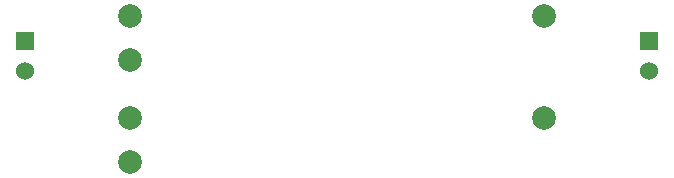
<source format=gbr>
G04 start of page 3 for group 5 idx 5 *
G04 Title: (unknown), bottom *
G04 Creator: pcb 20140316 *
G04 CreationDate: Wed 05 Apr 2017 02:07:19 PM GMT UTC *
G04 For: vince *
G04 Format: Gerber/RS-274X *
G04 PCB-Dimensions (mil): 2340.00 710.00 *
G04 PCB-Coordinate-Origin: lower left *
%MOIN*%
%FSLAX25Y25*%
%LNBOTTOM*%
%ADD23C,0.0591*%
%ADD22C,0.1285*%
%ADD21C,0.0380*%
%ADD20C,0.0787*%
%ADD19C,0.0600*%
%ADD18C,0.0001*%
G54D18*G36*
X10000Y55000D02*Y49000D01*
X16000D01*
Y55000D01*
X10000D01*
G37*
G54D19*X13000Y42000D03*
G54D20*X185898Y26382D03*
Y60382D03*
G54D18*G36*
X218000Y55000D02*Y49000D01*
X224000D01*
Y55000D01*
X218000D01*
G37*
G54D19*X221000Y42000D03*
G54D20*X48102Y11618D03*
Y26382D03*
Y45618D03*
Y60382D03*
G54D21*G54D22*G54D23*G54D22*G54D21*G54D23*M02*

</source>
